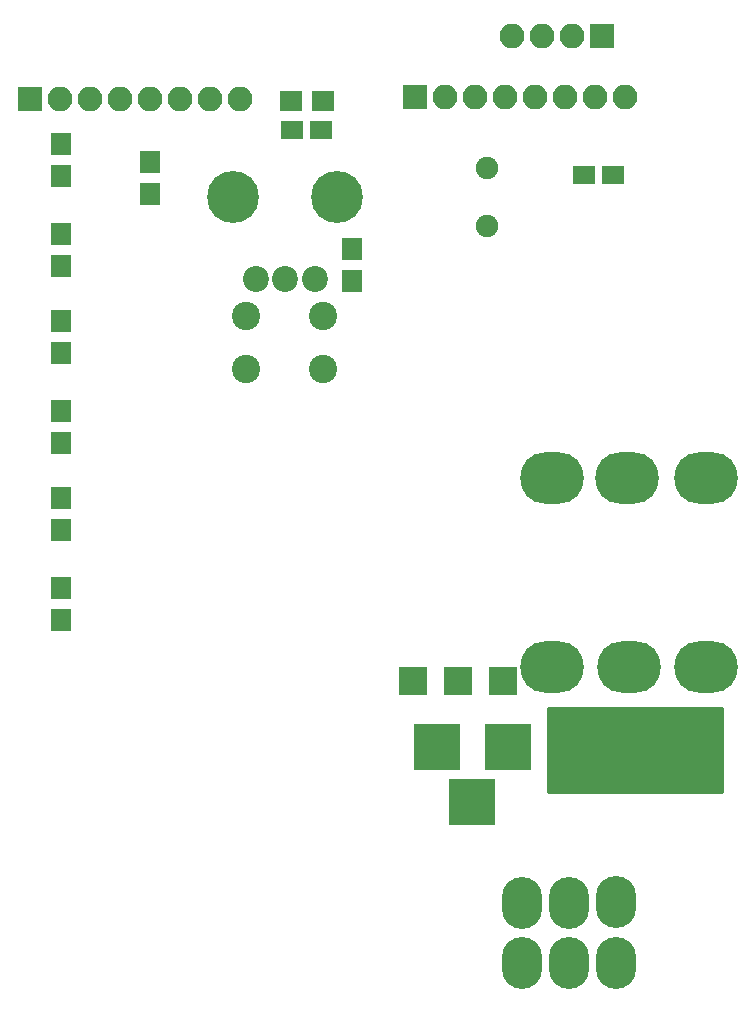
<source format=gbr>
G04 #@! TF.FileFunction,Soldermask,Bot*
%FSLAX46Y46*%
G04 Gerber Fmt 4.6, Leading zero omitted, Abs format (unit mm)*
G04 Created by KiCad (PCBNEW 4.0.7) date 06/02/18 16:03:12*
%MOMM*%
%LPD*%
G01*
G04 APERTURE LIST*
%ADD10C,0.100000*%
%ADD11R,2.100000X2.100000*%
%ADD12O,2.100000X2.100000*%
%ADD13C,2.200000*%
%ADD14C,4.400000*%
%ADD15R,1.900000X1.650000*%
%ADD16R,1.700000X1.900000*%
%ADD17C,1.900000*%
%ADD18R,2.398980X2.398980*%
%ADD19R,1.900000X1.700000*%
%ADD20C,2.400000*%
%ADD21O,5.400000X4.400000*%
%ADD22O,3.400000X4.400000*%
%ADD23R,3.900000X3.900000*%
%ADD24C,0.254000*%
G04 APERTURE END LIST*
D10*
D11*
X94716600Y-60833000D03*
D12*
X97256600Y-60833000D03*
X99796600Y-60833000D03*
X102336600Y-60833000D03*
X104876600Y-60833000D03*
X107416600Y-60833000D03*
X109956600Y-60833000D03*
X112496600Y-60833000D03*
D13*
X113781200Y-76123800D03*
X116281200Y-76123800D03*
X118781200Y-76123800D03*
D14*
X111881200Y-69123800D03*
X120681200Y-69123800D03*
D15*
X116860000Y-63500000D03*
X119360000Y-63500000D03*
D11*
X143129000Y-55499000D03*
D12*
X140589000Y-55499000D03*
X138049000Y-55499000D03*
X135509000Y-55499000D03*
D16*
X121920000Y-73580000D03*
X121920000Y-76280000D03*
X97282000Y-64690000D03*
X97282000Y-67390000D03*
X97282000Y-72310000D03*
X97282000Y-75010000D03*
X97282000Y-79676000D03*
X97282000Y-82376000D03*
X97282000Y-87296000D03*
X97282000Y-89996000D03*
X97282000Y-94662000D03*
X97282000Y-97362000D03*
X97282000Y-102282000D03*
X97282000Y-104982000D03*
D17*
X133350000Y-66675000D03*
X133350000Y-71555000D03*
D15*
X144061500Y-67246500D03*
X141561500Y-67246500D03*
D16*
X104876600Y-66214000D03*
X104876600Y-68914000D03*
D11*
X127254000Y-60706000D03*
D12*
X129794000Y-60706000D03*
X132334000Y-60706000D03*
X134874000Y-60706000D03*
X137414000Y-60706000D03*
X139954000Y-60706000D03*
X142494000Y-60706000D03*
X145034000Y-60706000D03*
D18*
X134747000Y-110109000D03*
X130937000Y-110109000D03*
X127127000Y-110109000D03*
D19*
X116760000Y-61036200D03*
X119460000Y-61036200D03*
D20*
X119481600Y-79193000D03*
X119481600Y-83693000D03*
X112981600Y-79193000D03*
X112981600Y-83693000D03*
D21*
X145392000Y-108965000D03*
X145265000Y-92965000D03*
X138915000Y-108965000D03*
X138915000Y-92965000D03*
X151915000Y-92965000D03*
X151892000Y-108965000D03*
D22*
X140335000Y-128905000D03*
X140335000Y-133985000D03*
X136334500Y-133985000D03*
X136334500Y-128905000D03*
X144335500Y-128841500D03*
X144335500Y-133985000D03*
D23*
X135128000Y-115697000D03*
X129128000Y-115697000D03*
X132128000Y-120397000D03*
D24*
G36*
X153289000Y-119507000D02*
X138557000Y-119507000D01*
X138557000Y-112395000D01*
X153289000Y-112395000D01*
X153289000Y-119507000D01*
X153289000Y-119507000D01*
G37*
X153289000Y-119507000D02*
X138557000Y-119507000D01*
X138557000Y-112395000D01*
X153289000Y-112395000D01*
X153289000Y-119507000D01*
M02*

</source>
